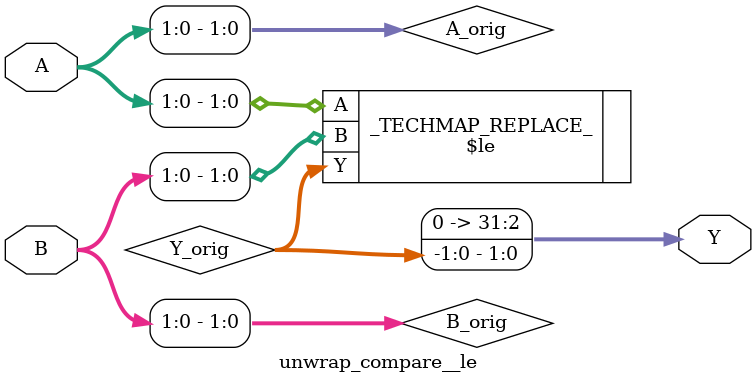
<source format=v>
(* techmap_celltype = "\$__eq_wrapper" *)
module unwrap_compare__eq #(
    parameter A_SIGNED = 0,
    parameter A_WIDTH = 0,
    parameter B_SIGNED = 0,
    parameter B_WIDTH = 0,
    parameter Y_WIDTH = 0
)
(
    input wire[31:0] A,
    input wire[31:0] B,
    output reg[31:0] Y
);

reg [A_WIDTH - 1:0] A_orig;
reg [B_WIDTH - 1:0] B_orig;
reg [Y_WIDTH - 1:0] Y_orig;
assign A_orig = A;
assign B_orig = B;
assign Y = Y_orig;
\$eq #(
    .A_SIGNED(A_SIGNED),
    .A_WIDTH(A_WIDTH),
    .B_SIGNED(B_SIGNED),
    .B_WIDTH(B_WIDTH),
    .Y_WIDTH(Y_WIDTH)
) _TECHMAP_REPLACE_ (
    .A(A_orig),
    .B(B_orig),
    .Y(Y_orig)
);

endmodule

(* techmap_celltype = "\$__lt_wrapper" *)
module unwrap_compare__lt #(
    parameter A_SIGNED = 0,
    parameter A_WIDTH = 0,
    parameter B_SIGNED = 0,
    parameter B_WIDTH = 0,
    parameter Y_WIDTH = 0
)
(
    input wire[31:0] A,
    input wire[31:0] B,
    output reg[31:0] Y
);

reg [A_WIDTH - 1:0] A_orig;
reg [B_WIDTH - 1:0] B_orig;
reg [Y_WIDTH - 1:0] Y_orig;
assign A_orig = A;
assign B_orig = B;
assign Y = Y_orig;
\$lt #(
    .A_SIGNED(A_SIGNED),
    .A_WIDTH(A_WIDTH),
    .B_SIGNED(B_SIGNED),
    .B_WIDTH(B_WIDTH),
    .Y_WIDTH(Y_WIDTH)
) _TECHMAP_REPLACE_ (
    .A(A_orig),
    .B(B_orig),
    .Y(Y_orig)
);

endmodule

(* techmap_celltype = "\$__le_wrapper" *)
module unwrap_compare__le #(
    parameter A_SIGNED = 0,
    parameter A_WIDTH = 0,
    parameter B_SIGNED = 0,
    parameter B_WIDTH = 0,
    parameter Y_WIDTH = 0
)
(
    input wire[31:0] A,
    input wire[31:0] B,
    output reg[31:0] Y
);

reg [A_WIDTH - 1:0] A_orig;
reg [B_WIDTH - 1:0] B_orig;
reg [Y_WIDTH - 1:0] Y_orig;
assign A_orig = A;
assign B_orig = B;
assign Y = Y_orig;
\$le #(
    .A_SIGNED(A_SIGNED),
    .A_WIDTH(A_WIDTH),
    .B_SIGNED(B_SIGNED),
    .B_WIDTH(B_WIDTH),
    .Y_WIDTH(Y_WIDTH)
) _TECHMAP_REPLACE_ (
    .A(A_orig),
    .B(B_orig),
    .Y(Y_orig)
);

endmodule


</source>
